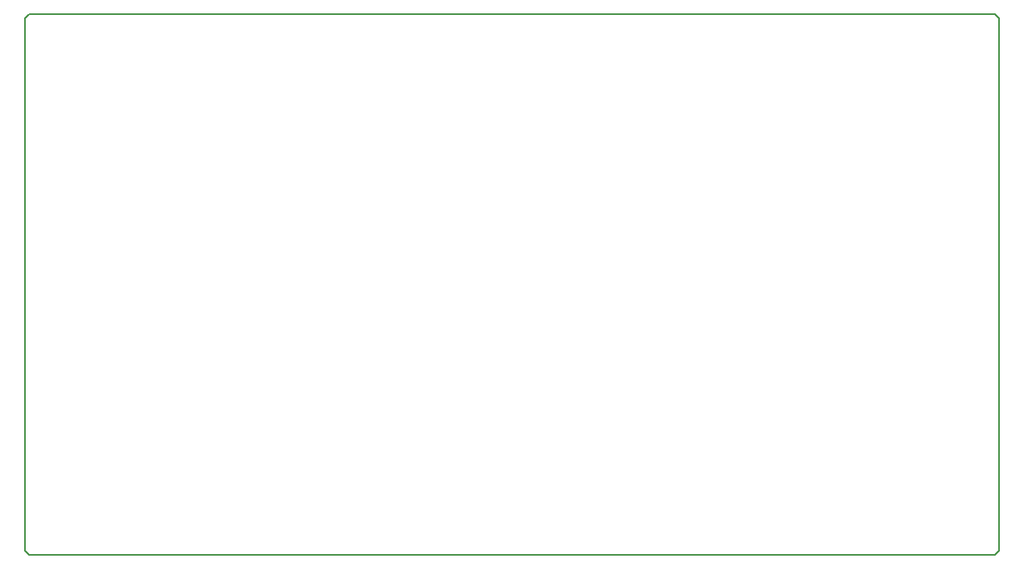
<source format=gm1>
G04 #@! TF.GenerationSoftware,KiCad,Pcbnew,7.0.5*
G04 #@! TF.CreationDate,2023-11-17T20:36:03+09:00*
G04 #@! TF.ProjectId,Sawareru_v4,53617761-7265-4727-955f-76342e6b6963,0.3.0*
G04 #@! TF.SameCoordinates,PX2faf080PY6422c40*
G04 #@! TF.FileFunction,Profile,NP*
%FSLAX46Y46*%
G04 Gerber Fmt 4.6, Leading zero omitted, Abs format (unit mm)*
G04 Created by KiCad (PCBNEW 7.0.5) date 2023-11-17 20:36:03*
%MOMM*%
%LPD*%
G01*
G04 APERTURE LIST*
G04 #@! TA.AperFunction,Profile*
%ADD10C,0.200000*%
G04 #@! TD*
G04 APERTURE END LIST*
D10*
X0Y54600000D02*
X400000Y55000000D01*
X98600000Y0D02*
X400000Y0D01*
X400000Y55000000D02*
X98600000Y55000000D01*
X98600000Y55000000D02*
X99000000Y54600000D01*
X0Y400000D02*
X0Y54600000D01*
X0Y400000D02*
X400000Y0D01*
X99000000Y54600000D02*
X99000000Y400000D01*
X99000000Y400000D02*
X98600000Y0D01*
M02*

</source>
